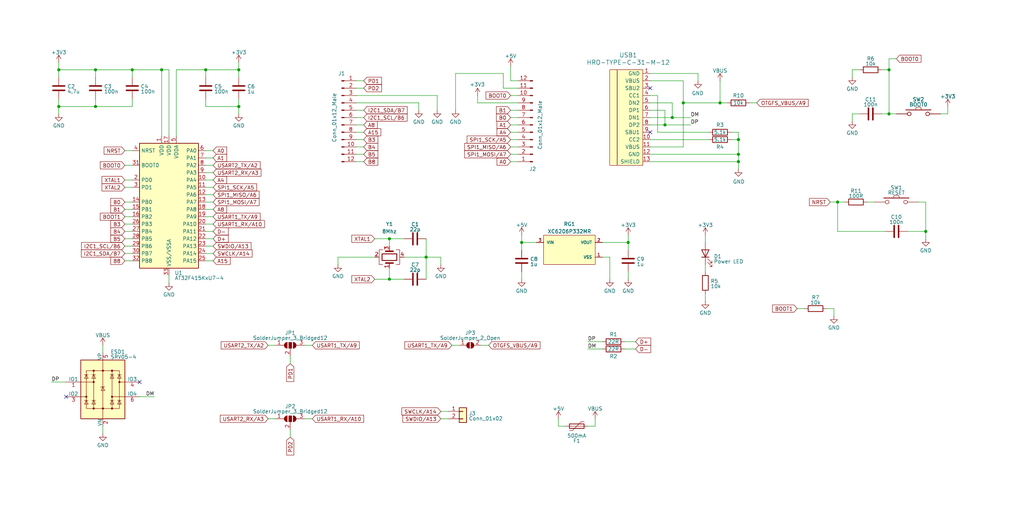
<source format=kicad_sch>
(kicad_sch (version 20220404) (generator eeschema)
  (paper "User" 354 175.006)
  (title_block (title "Artemisia") (date "2023-05-12") (rev "1") (comment 1 "Copyright © 2023 HorrorTroll") (comment 2 "GPL2 License"))
  (lib_symbols
    (symbol "Connector:Conn_01x12_Male" (pin_names (offset 1.016) hide)
      (property "Reference" "J" (at 0 15.24 0))
      (property "Value" "Conn_01x12_Male" (at 0 -17.78 0))
      (symbol "Conn_01x12_Male_1_1"
        (pin passive line (at 5.08 12.7 180) (length 3.81) (name "Pin_1") (number "1"))
        (pin passive line (at 5.08 -10.16 180) (length 3.81) (name "Pin_10") (number "10"))
        (pin passive line (at 5.08 -12.7 180) (length 3.81) (name "Pin_11") (number "11"))
        (pin passive line (at 5.08 -15.24 180) (length 3.81) (name "Pin_12") (number "12"))
        (pin passive line (at 5.08 10.16 180) (length 3.81) (name "Pin_2") (number "2"))
        (pin passive line (at 5.08 7.62 180) (length 3.81) (name "Pin_3") (number "3"))
        (pin passive line (at 5.08 5.08 180) (length 3.81) (name "Pin_4") (number "4"))
        (pin passive line (at 5.08 2.54 180) (length 3.81) (name "Pin_5") (number "5"))
        (pin passive line (at 5.08 0 180) (length 3.81) (name "Pin_6") (number "6"))
        (pin passive line (at 5.08 -2.54 180) (length 3.81) (name "Pin_7") (number "7"))
        (pin passive line (at 5.08 -5.08 180) (length 3.81) (name "Pin_8") (number "8"))
        (pin passive line (at 5.08 -7.62 180) (length 3.81) (name "Pin_9") (number "9"))
      )
    )
    (symbol "Connector_Generic:Conn_01x02" (pin_names (offset 1.016) hide)
      (property "Reference" "J" (at 0 2.54 0))
      (property "Value" "Conn_01x02" (at 0 -5.08 0))
      (symbol "Conn_01x02_1_1"
        (pin passive line (at -5.08 0 0) (length 3.81) (name "Pin_1") (number "1"))
        (pin passive line (at -5.08 -2.54 0) (length 3.81) (name "Pin_2") (number "2"))
      )
    )
    (symbol "Device:C" (pin_numbers hide) (pin_names (offset 0.254))
      (property "Reference" "C" (at 0.635 2.54 0))
      (property "Value" "C" (at 0.635 -2.54 0))
      (symbol "C_1_1"
        (pin passive line (at 0 3.81 270) (length 2.794) (name "~") (number "1"))
        (pin passive line (at 0 -3.81 90) (length 2.794) (name "~") (number "2"))
      )
    )
    (symbol "Device:Crystal_GND24" (pin_names (offset 1.016) hide)
      (property "Reference" "Y" (at 3.175 5.08 0))
      (property "Value" "Crystal_GND24" (at 3.175 3.175 0))
      (symbol "Crystal_GND24_1_1"
        (pin passive line (at -3.81 0 0) (length 1.27) (name "1") (number "1"))
        (pin passive line (at 0 5.08 270) (length 1.27) (name "2") (number "2"))
        (pin passive line (at 3.81 0 180) (length 1.27) (name "3") (number "3"))
        (pin passive line (at 0 -5.08 90) (length 1.27) (name "4") (number "4"))
      )
    )
    (symbol "Device:LED" (pin_numbers hide) (pin_names (offset 1.016) hide)
      (property "Reference" "D" (at 0 2.54 0))
      (property "Value" "LED" (at 0 -2.54 0))
      (symbol "LED_1_1"
        (pin passive line (at -3.81 0 0) (length 2.54) (name "K") (number "1"))
        (pin passive line (at 3.81 0 180) (length 2.54) (name "A") (number "2"))
      )
    )
    (symbol "Device:Polyfuse" (pin_numbers hide) (pin_names (offset 0))
      (property "Reference" "F" (at -2.54 0 90))
      (property "Value" "Polyfuse" (at 2.54 0 90))
      (symbol "Polyfuse_1_1"
        (pin passive line (at 0 3.81 270) (length 1.27) (name "~") (number "1"))
        (pin passive line (at 0 -3.81 90) (length 1.27) (name "~") (number "2"))
      )
    )
    (symbol "Device:R" (pin_numbers hide) (pin_names (offset 0))
      (property "Reference" "R" (at 2.032 0 90))
      (property "Value" "R" (at 0 0 90))
      (symbol "R_1_1"
        (pin passive line (at 0 3.81 270) (length 1.27) (name "~") (number "1"))
        (pin passive line (at 0 -3.81 90) (length 1.27) (name "~") (number "2"))
      )
    )
    (symbol "Jumper:SolderJumper_2_Open" (pin_names (offset 0) hide)
      (property "Reference" "JP" (at 0 2.032 0))
      (property "Value" "SolderJumper_2_Open" (at 0 -2.54 0))
      (symbol "SolderJumper_2_Open_1_1"
        (pin passive line (at -3.81 0 0) (length 2.54) (name "A") (number "1"))
        (pin passive line (at 3.81 0 180) (length 2.54) (name "B") (number "2"))
      )
    )
    (symbol "Jumper:SolderJumper_3_Open" (pin_names (offset 0) hide)
      (property "Reference" "JP" (at -2.54 -2.54 0))
      (property "Value" "SolderJumper_3_Open" (at 0 2.794 0))
      (symbol "SolderJumper_3_Open_1_1"
        (pin passive line (at -5.08 0 0) (length 2.54) (name "A") (number "1"))
        (pin input line (at 0 -3.81 90) (length 2.54) (name "C") (number "2"))
        (pin passive line (at 5.08 0 180) (length 2.54) (name "B") (number "3"))
      )
    )
    (symbol "MCU_Artery_AT32F4:AT32F415KxU7-4"
      (property "Reference" "U" (at -10.16 21.59 0))
      (property "Value" "AT32F415KxU7-4" (at 5.08 21.59 0))
      (symbol "AT32F415KxU7-4_1_1"
        (pin power_in line (at -2.54 22.86 270) (length 2.54) (name "VDD") (number "1"))
        (pin bidirectional line (at 12.7 7.62 180) (length 2.54) (name "PA4") (number "10"))
        (pin bidirectional line (at 12.7 5.08 180) (length 2.54) (name "PA5") (number "11"))
        (pin bidirectional line (at 12.7 2.54 180) (length 2.54) (name "PA6") (number "12"))
        (pin bidirectional line (at 12.7 0 180) (length 2.54) (name "PA7") (number "13"))
        (pin bidirectional line (at -12.7 0 0) (length 2.54) (name "PB0") (number "14"))
        (pin bidirectional line (at -12.7 -2.54 0) (length 2.54) (name "PB1") (number "15"))
        (pin bidirectional line (at -12.7 -5.08 0) (length 2.54) (name "PB2") (number "16"))
        (pin power_in line (at 0 22.86 270) (length 2.54) (name "VDD") (number "17"))
        (pin bidirectional line (at 12.7 -2.54 180) (length 2.54) (name "PA8") (number "18"))
        (pin bidirectional line (at 12.7 -5.08 180) (length 2.54) (name "PA9") (number "19"))
        (pin input line (at -12.7 7.62 0) (length 2.54) (name "PD0") (number "2"))
        (pin bidirectional line (at 12.7 -7.62 180) (length 2.54) (name "PA10") (number "20"))
        (pin bidirectional line (at 12.7 -10.16 180) (length 2.54) (name "PA11") (number "21"))
        (pin bidirectional line (at 12.7 -12.7 180) (length 2.54) (name "PA12") (number "22"))
        (pin bidirectional line (at 12.7 -15.24 180) (length 2.54) (name "PA13") (number "23"))
        (pin bidirectional line (at 12.7 -17.78 180) (length 2.54) (name "PA14") (number "24"))
        (pin bidirectional line (at 12.7 -20.32 180) (length 2.54) (name "PA15") (number "25"))
        (pin bidirectional line (at -12.7 -7.62 0) (length 2.54) (name "PB3") (number "26"))
        (pin bidirectional line (at -12.7 -10.16 0) (length 2.54) (name "PB4") (number "27"))
        (pin bidirectional line (at -12.7 -12.7 0) (length 2.54) (name "PB5") (number "28"))
        (pin bidirectional line (at -12.7 -15.24 0) (length 2.54) (name "PB6") (number "29"))
        (pin input line (at -12.7 5.08 0) (length 2.54) (name "PD1") (number "3"))
        (pin bidirectional line (at -12.7 -17.78 0) (length 2.54) (name "PB7") (number "30"))
        (pin input line (at -12.7 12.7 0) (length 2.54) (name "BOOT0") (number "31"))
        (pin bidirectional line (at -12.7 -20.32 0) (length 2.54) (name "PB8") (number "32"))
        (pin power_in line (at 0 -25.4 90) (length 2.54) (name "VSS/VSSA") (number "33"))
        (pin input line (at -12.7 17.78 0) (length 2.54) (name "NRST") (number "4"))
        (pin power_in line (at 2.54 22.86 270) (length 2.54) (name "VDDA") (number "5"))
        (pin bidirectional line (at 12.7 17.78 180) (length 2.54) (name "PA0") (number "6"))
        (pin bidirectional line (at 12.7 15.24 180) (length 2.54) (name "PA1") (number "7"))
        (pin bidirectional line (at 12.7 12.7 180) (length 2.54) (name "PA2") (number "8"))
        (pin bidirectional line (at 12.7 10.16 180) (length 2.54) (name "PA3") (number "9"))
      )
    )
    (symbol "Power_Protection:SRV05-4" (pin_names (offset 0))
      (property "Reference" "U" (at -5.08 11.43 0))
      (property "Value" "SRV05-4" (at 2.54 11.43 0))
      (symbol "SRV05-4_1_1"
        (pin passive line (at -12.7 2.54 0) (length 5.08) (name "IO1") (number "1"))
        (pin passive line (at 0 -12.7 90) (length 2.54) (name "VN") (number "2"))
        (pin passive line (at -12.7 -2.54 0) (length 5.08) (name "IO2") (number "3"))
        (pin passive line (at 12.7 2.54 180) (length 5.08) (name "IO3") (number "4"))
        (pin passive line (at 0 12.7 270) (length 2.54) (name "VP") (number "5"))
        (pin passive line (at 12.7 -2.54 180) (length 5.08) (name "IO4") (number "6"))
      )
    )
    (symbol "horrortroll_lib:HRO-TYPE-C-31-M-12" (pin_names (offset 1.016))
      (property "Reference" "USB" (at 0 20.32 0))
      (property "Value" "HRO-TYPE-C-31-M-12" (at 0 17.78 0))
      (symbol "HRO-TYPE-C-31-M-12_1_1"
        (pin input line (at 7.62 13.97 180) (length 2.54) (name "GND") (number "1"))
        (pin input line (at 7.62 -8.89 180) (length 2.54) (name "CC2") (number "10"))
        (pin input line (at 7.62 -11.43 180) (length 2.54) (name "VBUS") (number "11"))
        (pin input line (at 7.62 -13.97 180) (length 2.54) (name "GND") (number "12"))
        (pin input line (at 7.62 -16.51 180) (length 2.54) (name "SHIELD") (number "13"))
        (pin input line (at 7.62 11.43 180) (length 2.54) (name "VBUS") (number "2"))
        (pin input line (at 7.62 8.89 180) (length 2.54) (name "SBU2") (number "3"))
        (pin input line (at 7.62 6.35 180) (length 2.54) (name "CC1") (number "4"))
        (pin input line (at 7.62 3.81 180) (length 2.54) (name "DN2") (number "5"))
        (pin input line (at 7.62 1.27 180) (length 2.54) (name "DP1") (number "6"))
        (pin input line (at 7.62 -1.27 180) (length 2.54) (name "DN1") (number "7"))
        (pin input line (at 7.62 -3.81 180) (length 2.54) (name "DP2") (number "8"))
        (pin input line (at 7.62 -6.35 180) (length 2.54) (name "SBU1") (number "9"))
      )
    )
    (symbol "horrortroll_lib:SW_PUSH" (pin_numbers hide) (pin_names (offset 1.016) hide)
      (property "Reference" "SW" (at 0 3.81 0))
      (property "Value" "SW_PUSH" (at 0 -2.54 0))
      (symbol "SW_PUSH_0_1"
        (pin passive inverted (at -7.62 0 0) (length 5.08) (name "1") (number "1"))
        (pin passive inverted (at 7.62 0 180) (length 5.08) (name "2") (number "2"))
      )
    )
    (symbol "horrortroll_lib:XC6206P332MR" (pin_names (offset 1.016))
      (property "Reference" "RG" (at 0 6.35 0))
      (property "Value" "XC6206P332MR" (at 0 3.81 0))
      (symbol "XC6206P332MR_1_1"
        (pin unspecified line (at 11.43 -5.08 180) (length 2.54) (name "VSS") (number "1"))
        (pin unspecified line (at 11.43 0 180) (length 2.54) (name "VOUT") (number "2"))
        (pin unspecified line (at -11.43 0 0) (length 2.54) (name "VIN") (number "3"))
      )
    )
    (symbol "power:+3V3" (power) (pin_names (offset 0))
      (property "Value" "+3V3" (at 0 3.556 0))
      (symbol "+3V3_1_1"
        (pin power_in line (at 0 0 90) (length 0) hide (name "+3V3") (number "1"))
      )
    )
    (symbol "power:+5V" (power) (pin_names (offset 0))
      (property "Value" "+5V" (at 0 3.556 0))
      (symbol "+5V_1_1"
        (pin power_in line (at 0 0 90) (length 0) hide (name "+5V") (number "1"))
      )
    )
    (symbol "power:GND" (power) (pin_names (offset 0))
      (property "Value" "GND" (at 0 -3.81 0))
      (symbol "GND_1_1"
        (pin power_in line (at 0 0 270) (length 0) hide (name "GND") (number "1"))
      )
    )
    (symbol "power:VBUS" (power) (pin_names (offset 0))
      (property "Value" "VBUS" (at 0 3.81 0))
      (symbol "VBUS_1_1"
        (pin power_in line (at 0 0 90) (length 0) hide (name "VBUS") (number "1"))
      )
    )
  )
  (junction (at 255.27 48.26))
  (junction (at 307.34 24.13))
  (junction (at 217.17 83.82))
  (junction (at 134.62 96.52))
  (junction (at 33.02 36.83))
  (junction (at 248.92 35.56))
  (junction (at 33.02 24.13))
  (junction (at 134.62 82.55))
  (junction (at 320.04 80.01))
  (junction (at 232.41 40.64))
  (junction (at 147.32 88.9))
  (junction (at 307.34 39.37))
  (junction (at 289.56 69.85))
  (junction (at 45.72 24.13))
  (junction (at 255.27 53.34))
  (junction (at 20.32 36.83))
  (junction (at 82.55 24.13))
  (junction (at 255.27 55.88))
  (junction (at 20.32 24.13))
  (junction (at 82.55 36.83))
  (junction (at 55.88 24.13))
  (junction (at 236.22 35.56))
  (junction (at 71.12 24.13))
  (junction (at 229.87 43.18))
  (junction (at 180.34 83.82))
  (no_connect (at 224.79 45.72))
  (no_connect (at 48.26 132.08))
  (no_connect (at 224.79 30.48))
  (no_connect (at 22.86 137.16))
  (wire (pts (xy 123.19 45.72) (xy 125.73 45.72)))
  (wire (pts (xy 176.53 43.18) (xy 179.07 43.18)))
  (wire (pts (xy 299.72 69.85) (xy 302.26 69.85)))
  (wire (pts (xy 203.2 147.32) (xy 205.74 147.32)))
  (wire (pts (xy 71.12 57.15) (xy 73.66 57.15)))
  (wire (pts (xy 123.19 40.64) (xy 125.73 40.64)))
  (wire (pts (xy 58.42 95.25) (xy 58.42 97.79)))
  (wire (pts (xy 248.92 35.56) (xy 236.22 35.56)))
  (wire (pts (xy 165.1 35.56) (xy 179.07 35.56)))
  (wire (pts (xy 236.22 27.94) (xy 236.22 35.56)))
  (wire (pts (xy 176.53 45.72) (xy 179.07 45.72)))
  (wire (pts (xy 73.66 64.77) (xy 71.12 64.77)))
  (wire (pts (xy 307.34 39.37) (xy 309.88 39.37)))
  (wire (pts (xy 219.71 120.65) (xy 215.9 120.65)))
  (wire (pts (xy 327.66 36.83) (xy 327.66 39.37)))
  (wire (pts (xy 243.84 104.14) (xy 243.84 101.6)))
  (wire (pts (xy 43.18 77.47) (xy 45.72 77.47)))
  (wire (pts (xy 20.32 26.67) (xy 20.32 24.13)))
  (wire (pts (xy 60.96 24.13) (xy 71.12 24.13)))
  (wire (pts (xy 35.56 147.32) (xy 35.56 149.86)))
  (wire (pts (xy 292.1 69.85) (xy 289.56 69.85)))
  (wire (pts (xy 224.79 35.56) (xy 232.41 35.56)))
  (wire (pts (xy 123.19 38.1) (xy 125.73 38.1)))
  (wire (pts (xy 289.56 80.01) (xy 306.07 80.01)))
  (wire (pts (xy 255.27 53.34) (xy 255.27 48.26)))
  (wire (pts (xy 208.28 83.82) (xy 217.17 83.82)))
  (wire (pts (xy 205.74 147.32) (xy 205.74 144.78)))
  (wire (pts (xy 248.92 35.56) (xy 251.46 35.56)))
  (wire (pts (xy 71.12 24.13) (xy 71.12 26.67)))
  (wire (pts (xy 71.12 36.83) (xy 82.55 36.83)))
  (wire (pts (xy 134.62 82.55) (xy 134.62 85.09)))
  (wire (pts (xy 252.73 45.72) (xy 255.27 45.72)))
  (wire (pts (xy 43.18 74.93) (xy 45.72 74.93)))
  (wire (pts (xy 307.34 24.13) (xy 307.34 39.37)))
  (wire (pts (xy 73.66 52.07) (xy 71.12 52.07)))
  (wire (pts (xy 43.18 82.55) (xy 45.72 82.55)))
  (wire (pts (xy 45.72 24.13) (xy 55.88 24.13)))
  (wire (pts (xy 224.79 50.8) (xy 236.22 50.8)))
  (wire (pts (xy 203.2 120.65) (xy 208.28 120.65)))
  (wire (pts (xy 176.53 48.26) (xy 179.07 48.26)))
  (wire (pts (xy 180.34 93.98) (xy 180.34 96.52)))
  (wire (pts (xy 304.8 39.37) (xy 307.34 39.37)))
  (wire (pts (xy 105.41 119.38) (xy 107.95 119.38)))
  (wire (pts (xy 243.84 93.98) (xy 243.84 91.44)))
  (wire (pts (xy 58.42 24.13) (xy 58.42 46.99)))
  (wire (pts (xy 73.66 72.39) (xy 71.12 72.39)))
  (wire (pts (xy 73.66 90.17) (xy 71.12 90.17)))
  (wire (pts (xy 43.18 85.09) (xy 45.72 85.09)))
  (wire (pts (xy 43.18 87.63) (xy 45.72 87.63)))
  (wire (pts (xy 82.55 36.83) (xy 82.55 34.29)))
  (wire (pts (xy 116.84 88.9) (xy 129.54 88.9)))
  (wire (pts (xy 173.99 25.4) (xy 157.48 25.4)))
  (wire (pts (xy 33.02 24.13) (xy 45.72 24.13)))
  (wire (pts (xy 217.17 83.82) (xy 217.17 86.36)))
  (wire (pts (xy 255.27 55.88) (xy 255.27 53.34)))
  (wire (pts (xy 129.54 82.55) (xy 134.62 82.55)))
  (wire (pts (xy 243.84 81.28) (xy 243.84 83.82)))
  (wire (pts (xy 176.53 33.02) (xy 179.07 33.02)))
  (wire (pts (xy 73.66 82.55) (xy 71.12 82.55)))
  (wire (pts (xy 105.41 144.78) (xy 107.95 144.78)))
  (wire (pts (xy 304.8 24.13) (xy 307.34 24.13)))
  (wire (pts (xy 129.54 96.52) (xy 134.62 96.52)))
  (wire (pts (xy 232.41 35.56) (xy 232.41 40.64)))
  (wire (pts (xy 151.13 38.1) (xy 151.13 33.02)))
  (wire (pts (xy 320.04 69.85) (xy 317.5 69.85)))
  (wire (pts (xy 193.04 147.32) (xy 193.04 144.78)))
  (wire (pts (xy 43.18 80.01) (xy 45.72 80.01)))
  (wire (pts (xy 307.34 20.32) (xy 307.34 24.13)))
  (wire (pts (xy 33.02 36.83) (xy 20.32 36.83)))
  (wire (pts (xy 92.71 144.78) (xy 95.25 144.78)))
  (wire (pts (xy 60.96 24.13) (xy 60.96 46.99)))
  (wire (pts (xy 176.53 40.64) (xy 179.07 40.64)))
  (wire (pts (xy 252.73 48.26) (xy 255.27 48.26)))
  (wire (pts (xy 208.28 88.9) (xy 210.82 88.9)))
  (wire (pts (xy 176.53 53.34) (xy 179.07 53.34)))
  (wire (pts (xy 224.79 38.1) (xy 229.87 38.1)))
  (wire (pts (xy 151.13 33.02) (xy 123.19 33.02)))
  (wire (pts (xy 123.19 35.56) (xy 144.78 35.56)))
  (wire (pts (xy 288.29 106.68) (xy 285.75 106.68)))
  (wire (pts (xy 20.32 36.83) (xy 20.32 39.37)))
  (wire (pts (xy 100.33 123.19) (xy 100.33 125.73)))
  (wire (pts (xy 43.18 57.15) (xy 45.72 57.15)))
  (wire (pts (xy 73.66 85.09) (xy 71.12 85.09)))
  (wire (pts (xy 219.71 118.11) (xy 215.9 118.11)))
  (wire (pts (xy 248.92 27.94) (xy 248.92 35.56)))
  (wire (pts (xy 288.29 106.68) (xy 288.29 109.22)))
  (wire (pts (xy 176.53 38.1) (xy 179.07 38.1)))
  (wire (pts (xy 210.82 88.9) (xy 210.82 96.52)))
  (wire (pts (xy 255.27 55.88) (xy 255.27 58.42)))
  (wire (pts (xy 236.22 35.56) (xy 236.22 50.8)))
  (wire (pts (xy 71.12 36.83) (xy 71.12 34.29)))
  (wire (pts (xy 173.99 30.48) (xy 179.07 30.48)))
  (wire (pts (xy 152.4 142.24) (xy 154.94 142.24)))
  (wire (pts (xy 45.72 24.13) (xy 45.72 26.67)))
  (wire (pts (xy 176.53 27.94) (xy 179.07 27.94)))
  (wire (pts (xy 224.79 53.34) (xy 255.27 53.34)))
  (wire (pts (xy 157.48 25.4) (xy 157.48 38.1)))
  (wire (pts (xy 309.88 20.32) (xy 307.34 20.32)))
  (wire (pts (xy 173.99 25.4) (xy 173.99 30.48)))
  (wire (pts (xy 123.19 27.94) (xy 125.73 27.94)))
  (wire (pts (xy 100.33 148.59) (xy 100.33 151.13)))
  (wire (pts (xy 33.02 24.13) (xy 33.02 26.67)))
  (wire (pts (xy 134.62 96.52) (xy 139.7 96.52)))
  (wire (pts (xy 287.02 69.85) (xy 289.56 69.85)))
  (wire (pts (xy 156.21 119.38) (xy 158.75 119.38)))
  (wire (pts (xy 73.66 87.63) (xy 71.12 87.63)))
  (wire (pts (xy 17.78 132.08) (xy 22.86 132.08)))
  (wire (pts (xy 147.32 82.55) (xy 147.32 88.9)))
  (wire (pts (xy 224.79 43.18) (xy 229.87 43.18)))
  (wire (pts (xy 241.3 25.4) (xy 224.79 25.4)))
  (wire (pts (xy 73.66 77.47) (xy 71.12 77.47)))
  (wire (pts (xy 71.12 24.13) (xy 82.55 24.13)))
  (wire (pts (xy 48.26 137.16) (xy 53.34 137.16)))
  (wire (pts (xy 123.19 43.18) (xy 125.73 43.18)))
  (wire (pts (xy 294.64 24.13) (xy 294.64 26.67)))
  (wire (pts (xy 176.53 22.86) (xy 176.53 27.94)))
  (wire (pts (xy 35.56 119.38) (xy 35.56 121.92)))
  (wire (pts (xy 152.4 88.9) (xy 152.4 91.44)))
  (wire (pts (xy 278.13 106.68) (xy 275.59 106.68)))
  (wire (pts (xy 152.4 144.78) (xy 154.94 144.78)))
  (wire (pts (xy 73.66 74.93) (xy 71.12 74.93)))
  (wire (pts (xy 294.64 41.91) (xy 294.64 39.37)))
  (wire (pts (xy 45.72 34.29) (xy 45.72 36.83)))
  (wire (pts (xy 227.33 45.72) (xy 245.11 45.72)))
  (wire (pts (xy 241.3 27.94) (xy 241.3 25.4)))
  (wire (pts (xy 294.64 39.37) (xy 297.18 39.37)))
  (wire (pts (xy 82.55 24.13) (xy 82.55 26.67)))
  (wire (pts (xy 193.04 147.32) (xy 195.58 147.32)))
  (wire (pts (xy 43.18 62.23) (xy 45.72 62.23)))
  (wire (pts (xy 43.18 72.39) (xy 45.72 72.39)))
  (wire (pts (xy 259.08 35.56) (xy 261.62 35.56)))
  (wire (pts (xy 20.32 36.83) (xy 20.32 34.29)))
  (wire (pts (xy 43.18 52.07) (xy 45.72 52.07)))
  (wire (pts (xy 134.62 92.71) (xy 134.62 96.52)))
  (wire (pts (xy 20.32 21.59) (xy 20.32 24.13)))
  (wire (pts (xy 166.37 119.38) (xy 168.91 119.38)))
  (wire (pts (xy 294.64 24.13) (xy 297.18 24.13)))
  (wire (pts (xy 232.41 40.64) (xy 238.76 40.64)))
  (wire (pts (xy 227.33 33.02) (xy 227.33 45.72)))
  (wire (pts (xy 229.87 43.18) (xy 238.76 43.18)))
  (wire (pts (xy 20.32 24.13) (xy 33.02 24.13)))
  (wire (pts (xy 55.88 24.13) (xy 55.88 46.99)))
  (wire (pts (xy 144.78 35.56) (xy 144.78 38.1)))
  (wire (pts (xy 43.18 64.77) (xy 45.72 64.77)))
  (wire (pts (xy 217.17 93.98) (xy 217.17 96.52)))
  (wire (pts (xy 73.66 80.01) (xy 71.12 80.01)))
  (wire (pts (xy 123.19 55.88) (xy 125.73 55.88)))
  (wire (pts (xy 203.2 118.11) (xy 208.28 118.11)))
  (wire (pts (xy 73.66 67.31) (xy 71.12 67.31)))
  (wire (pts (xy 255.27 48.26) (xy 255.27 45.72)))
  (wire (pts (xy 176.53 55.88) (xy 179.07 55.88)))
  (wire (pts (xy 123.19 48.26) (xy 125.73 48.26)))
  (wire (pts (xy 224.79 33.02) (xy 227.33 33.02)))
  (wire (pts (xy 123.19 30.48) (xy 125.73 30.48)))
  (wire (pts (xy 73.66 54.61) (xy 71.12 54.61)))
  (wire (pts (xy 82.55 36.83) (xy 82.55 39.37)))
  (wire (pts (xy 313.69 80.01) (xy 320.04 80.01)))
  (wire (pts (xy 71.12 59.69) (xy 73.66 59.69)))
  (wire (pts (xy 224.79 27.94) (xy 236.22 27.94)))
  (wire (pts (xy 289.56 69.85) (xy 289.56 80.01)))
  (wire (pts (xy 33.02 34.29) (xy 33.02 36.83)))
  (wire (pts (xy 134.62 82.55) (xy 139.7 82.55)))
  (wire (pts (xy 43.18 69.85) (xy 45.72 69.85)))
  (wire (pts (xy 139.7 88.9) (xy 147.32 88.9)))
  (wire (pts (xy 180.34 83.82) (xy 180.34 86.36)))
  (wire (pts (xy 180.34 81.28) (xy 180.34 83.82)))
  (wire (pts (xy 123.19 50.8) (xy 125.73 50.8)))
  (wire (pts (xy 229.87 38.1) (xy 229.87 43.18)))
  (wire (pts (xy 43.18 90.17) (xy 45.72 90.17)))
  (wire (pts (xy 82.55 21.59) (xy 82.55 24.13)))
  (wire (pts (xy 92.71 119.38) (xy 95.25 119.38)))
  (wire (pts (xy 224.79 48.26) (xy 245.11 48.26)))
  (wire (pts (xy 147.32 88.9) (xy 147.32 96.52)))
  (wire (pts (xy 123.19 53.34) (xy 125.73 53.34)))
  (wire (pts (xy 55.88 24.13) (xy 58.42 24.13)))
  (wire (pts (xy 165.1 33.02) (xy 165.1 35.56)))
  (wire (pts (xy 147.32 88.9) (xy 152.4 88.9)))
  (wire (pts (xy 180.34 83.82) (xy 185.42 83.82)))
  (wire (pts (xy 73.66 62.23) (xy 71.12 62.23)))
  (wire (pts (xy 327.66 39.37) (xy 325.12 39.37)))
  (wire (pts (xy 217.17 81.28) (xy 217.17 83.82)))
  (wire (pts (xy 320.04 80.01) (xy 320.04 82.55)))
  (wire (pts (xy 45.72 36.83) (xy 33.02 36.83)))
  (wire (pts (xy 73.66 69.85) (xy 71.12 69.85)))
  (wire (pts (xy 176.53 50.8) (xy 179.07 50.8)))
  (wire (pts (xy 116.84 88.9) (xy 116.84 91.44)))
  (wire (pts (xy 224.79 40.64) (xy 232.41 40.64)))
  (wire (pts (xy 320.04 69.85) (xy 320.04 80.01)))
  (wire (pts (xy 224.79 55.88) (xy 255.27 55.88)))
  (label "DM" (at 203.2 120.65 0))
  (label "DM" (at 238.76 40.64 0))
  (label "DM" (at 53.34 137.16 0))
  (label "DP" (at 238.76 43.18 0))
  (label "DP" (at 203.2 118.11 0))
  (label "DP" (at 17.78 132.08 0))
  (global_label "A0" (shape input) (at 73.66 52.07 0) (property "Intersheetrefs" "${INTERSHEET_REFS}" (effects hide)))
  (global_label "BOOT0" (shape input) (at 176.53 33.02 180) (property "Intersheetrefs" "${INTERSHEET_REFS}" (effects hide)))
  (global_label "USART2_RX{slash}A3" (shape input) (at 92.71 144.78 180) (property "Intersheetrefs" "${INTERSHEET_REFS}" (effects hide)))
  (global_label "A1" (shape input) (at 176.53 43.18 180) (property "Intersheetrefs" "${INTERSHEET_REFS}" (effects hide)))
  (global_label "BOOT1" (shape input) (at 275.59 106.68 180) (property "Intersheetrefs" "${INTERSHEET_REFS}" (effects hide)))
  (global_label "XTAL2" (shape input) (at 43.18 64.77 180) (property "Intersheetrefs" "${INTERSHEET_REFS}" (effects hide)))
  (global_label "B4" (shape input) (at 125.73 50.8 0) (property "Intersheetrefs" "${INTERSHEET_REFS}" (effects hide)))
  (global_label "SWDIO{slash}A13" (shape input) (at 152.4 144.78 180) (property "Intersheetrefs" "${INTERSHEET_REFS}" (effects hide)))
  (global_label "I2C1_SDA{slash}B7" (shape input) (at 43.18 87.63 180) (property "Intersheetrefs" "${INTERSHEET_REFS}" (effects hide)))
  (global_label "OTGFS_VBUS{slash}A9" (shape input) (at 261.62 35.56 0) (property "Intersheetrefs" "${INTERSHEET_REFS}" (effects hide)))
  (global_label "A0" (shape input) (at 176.53 55.88 180) (property "Intersheetrefs" "${INTERSHEET_REFS}" (effects hide)))
  (global_label "A8" (shape input) (at 125.73 43.18 0) (property "Intersheetrefs" "${INTERSHEET_REFS}" (effects hide)))
  (global_label "B0" (shape input) (at 176.53 40.64 180) (property "Intersheetrefs" "${INTERSHEET_REFS}" (effects hide)))
  (global_label "SPI1_MOSI{slash}A7" (shape input) (at 73.66 69.85 0) (property "Intersheetrefs" "${INTERSHEET_REFS}" (effects hide)))
  (global_label "B1" (shape input) (at 176.53 38.1 180) (property "Intersheetrefs" "${INTERSHEET_REFS}" (effects hide)))
  (global_label "SPI1_MOSI{slash}A7" (shape input) (at 176.53 53.34 180) (property "Intersheetrefs" "${INTERSHEET_REFS}" (effects hide)))
  (global_label "BOOT0" (shape input) (at 309.88 20.32 0) (property "Intersheetrefs" "${INTERSHEET_REFS}" (effects hide)))
  (global_label "D+" (shape input) (at 73.66 82.55 0) (property "Intersheetrefs" "${INTERSHEET_REFS}" (effects hide)))
  (global_label "PD2" (shape input) (at 125.73 30.48 0) (property "Intersheetrefs" "${INTERSHEET_REFS}" (effects hide)))
  (global_label "B1" (shape input) (at 43.18 72.39 180) (property "Intersheetrefs" "${INTERSHEET_REFS}" (effects hide)))
  (global_label "B3" (shape input) (at 125.73 48.26 0) (property "Intersheetrefs" "${INTERSHEET_REFS}" (effects hide)))
  (global_label "USART1_TX{slash}A9" (shape input) (at 107.95 119.38 0) (property "Intersheetrefs" "${INTERSHEET_REFS}" (effects hide)))
  (global_label "SPI1_SCK{slash}A5" (shape input) (at 176.53 48.26 180) (property "Intersheetrefs" "${INTERSHEET_REFS}" (effects hide)))
  (global_label "I2C1_SCL{slash}B6" (shape input) (at 125.73 40.64 0) (property "Intersheetrefs" "${INTERSHEET_REFS}" (effects hide)))
  (global_label "SPI1_SCK{slash}A5" (shape input) (at 73.66 64.77 0) (property "Intersheetrefs" "${INTERSHEET_REFS}" (effects hide)))
  (global_label "SPI1_MISO{slash}A6" (shape input) (at 73.66 67.31 0) (property "Intersheetrefs" "${INTERSHEET_REFS}" (effects hide)))
  (global_label "B5" (shape input) (at 125.73 53.34 0) (property "Intersheetrefs" "${INTERSHEET_REFS}" (effects hide)))
  (global_label "XTAL1" (shape input) (at 129.54 82.55 180) (property "Intersheetrefs" "${INTERSHEET_REFS}" (effects hide)))
  (global_label "BOOT1" (shape input) (at 43.18 74.93 180) (property "Intersheetrefs" "${INTERSHEET_REFS}" (effects hide)))
  (global_label "A8" (shape input) (at 73.66 72.39 0) (property "Intersheetrefs" "${INTERSHEET_REFS}" (effects hide)))
  (global_label "D+" (shape input) (at 219.71 118.11 0) (property "Intersheet References" "${INTERSHEET_REFS}" (effects hide)))
  (global_label "A15" (shape input) (at 125.73 45.72 0) (property "Intersheetrefs" "${INTERSHEET_REFS}" (effects hide)))
  (global_label "USART2_TX{slash}A2" (shape input) (at 73.66 57.15 0) (property "Intersheetrefs" "${INTERSHEET_REFS}" (effects hide)))
  (global_label "B0" (shape input) (at 43.18 69.85 180) (property "Intersheetrefs" "${INTERSHEET_REFS}" (effects hide)))
  (global_label "USART1_TX{slash}A9" (shape input) (at 156.21 119.38 180) (property "Intersheetrefs" "${INTERSHEET_REFS}" (effects hide)))
  (global_label "USART1_RX{slash}A10" (shape input) (at 73.66 77.47 0) (property "Intersheetrefs" "${INTERSHEET_REFS}" (effects hide)))
  (global_label "USART1_TX{slash}A9" (shape input) (at 73.66 74.93 0) (property "Intersheetrefs" "${INTERSHEET_REFS}" (effects hide)))
  (global_label "D-" (shape input) (at 219.71 120.65 0) (property "Intersheet References" "${INTERSHEET_REFS}" (effects hide)))
  (global_label "XTAL2" (shape input) (at 129.54 96.52 180) (property "Intersheetrefs" "${INTERSHEET_REFS}" (effects hide)))
  (global_label "BOOT0" (shape input) (at 43.18 57.15 180) (property "Intersheetrefs" "${INTERSHEET_REFS}" (effects hide)))
  (global_label "SWCLK{slash}A14" (shape input) (at 152.4 142.24 180) (property "Intersheetrefs" "${INTERSHEET_REFS}" (effects hide)))
  (global_label "B3" (shape input) (at 43.18 77.47 180) (property "Intersheetrefs" "${INTERSHEET_REFS}" (effects hide)))
  (global_label "USART1_RX{slash}A10" (shape input) (at 107.95 144.78 0) (property "Intersheetrefs" "${INTERSHEET_REFS}" (effects hide)))
  (global_label "SPI1_MISO{slash}A6" (shape input) (at 176.53 50.8 180) (property "Intersheetrefs" "${INTERSHEET_REFS}" (effects hide)))
  (global_label "B8" (shape input) (at 43.18 90.17 180) (property "Intersheetrefs" "${INTERSHEET_REFS}" (effects hide)))
  (global_label "USART2_RX{slash}A3" (shape input) (at 73.66 59.69 0) (property "Intersheetrefs" "${INTERSHEET_REFS}" (effects hide)))
  (global_label "PD1" (shape input) (at 100.33 125.73 270) (property "Intersheetrefs" "${INTERSHEET_REFS}" (effects hide)))
  (global_label "NRST" (shape input) (at 43.18 52.07 180) (property "Intersheetrefs" "${INTERSHEET_REFS}" (effects hide)))
  (global_label "A1" (shape input) (at 73.66 54.61 0) (property "Intersheetrefs" "${INTERSHEET_REFS}" (effects hide)))
  (global_label "OTGFS_VBUS{slash}A9" (shape input) (at 168.91 119.38 0) (property "Intersheetrefs" "${INTERSHEET_REFS}" (effects hide)))
  (global_label "D-" (shape input) (at 73.66 80.01 0) (property "Intersheetrefs" "${INTERSHEET_REFS}" (effects hide)))
  (global_label "SWCLK{slash}A14" (shape input) (at 73.66 87.63 0) (property "Intersheetrefs" "${INTERSHEET_REFS}" (effects hide)))
  (global_label "B8" (shape input) (at 125.73 55.88 0) (property "Intersheetrefs" "${INTERSHEET_REFS}" (effects hide)))
  (global_label "PD2" (shape input) (at 100.33 151.13 270) (property "Intersheetrefs" "${INTERSHEET_REFS}" (effects hide)))
  (global_label "XTAL1" (shape input) (at 43.18 62.23 180) (property "Intersheetrefs" "${INTERSHEET_REFS}" (effects hide)))
  (global_label "USART2_TX{slash}A2" (shape input) (at 92.71 119.38 180) (property "Intersheetrefs" "${INTERSHEET_REFS}" (effects hide)))
  (global_label "I2C1_SDA{slash}B7" (shape input) (at 125.73 38.1 0) (property "Intersheetrefs" "${INTERSHEET_REFS}" (effects hide)))
  (global_label "B4" (shape input) (at 43.18 80.01 180) (property "Intersheetrefs" "${INTERSHEET_REFS}" (effects hide)))
  (global_label "SWDIO{slash}A13" (shape input) (at 73.66 85.09 0) (property "Intersheetrefs" "${INTERSHEET_REFS}" (effects hide)))
  (global_label "A4" (shape input) (at 73.66 62.23 0) (property "Intersheetrefs" "${INTERSHEET_REFS}" (effects hide)))
  (global_label "A15" (shape input) (at 73.66 90.17 0) (property "Intersheetrefs" "${INTERSHEET_REFS}" (effects hide)))
  (global_label "NRST" (shape input) (at 287.02 69.85 180) (property "Intersheetrefs" "${INTERSHEET_REFS}" (effects hide)))
  (global_label "A4" (shape input) (at 176.53 45.72 180) (property "Intersheetrefs" "${INTERSHEET_REFS}" (effects hide)))
  (global_label "I2C1_SCL{slash}B6" (shape input) (at 43.18 85.09 180) (property "Intersheetrefs" "${INTERSHEET_REFS}" (effects hide)))
  (global_label "PD1" (shape input) (at 125.73 27.94 0) (property "Intersheetrefs" "${INTERSHEET_REFS}" (effects hide)))
  (global_label "B5" (shape input) (at 43.18 82.55 180) (property "Intersheetrefs" "${INTERSHEET_REFS}" (effects hide)))
  (symbol (lib_id "power:+3V3") (at 165.1 33.02 0) (unit 1)
    (default_instance (reference "#PWR") (unit 1) (value "+3V3") (footprint ""))
    (property "Reference" "#PWR011" (effects hide))
    (property "Value" "+3V3" (at 167.64 29.21 0) (effects (justify right)))
  )
  (symbol (lib_id "power:GND") (at 35.56 149.86 0) (unit 1)
    (default_instance (reference "#PWR") (unit 1) (value "GND") (footprint ""))
    (property "Reference" "#PWR029" (effects hide))
    (property "Value" "GND" (at 35.56 153.9161 0))
  )
  (symbol (lib_id "Device:Polyfuse") (at 199.39 147.32 270) (unit 1)
    (default_instance (reference "F") (unit 1) (value "Polyfuse") (footprint ""))
    (property "Reference" "F1" (at 199.39 152.4 90))
    (property "Value" "500mA" (at 199.39 150.6378 90))
    (property "Footprint" "Fuse:Fuse_0805_2012Metric" (effects hide))
    (property "LCSC Part Number" "C269104" (effects hide))
  )
  (symbol (lib_id "Power_Protection:SRV05-4") (at 35.56 134.62 0) (unit 1)
    (default_instance (reference "U") (unit 1) (value "SRV05-4") (footprint "Package_TO_SOT_SMD:SOT-23-6"))
    (property "Reference" "ESD1" (at 38.2017 121.6279 0) (effects (justify left)))
    (property "Value" "SRV05-4" (at 38.2017 123.3901 0) (effects (justify left)))
    (property "Footprint" "Package_TO_SOT_SMD:SOT-23-6" (effects hide))
    (property "Datasheet" "http://www.onsemi.com/pub/Collateral/SRV05-4-D.PDF" (effects hide))
    (property "LCSC Part Number" "C85364" (effects hide))
  )
  (symbol (lib_id "power:GND") (at 288.29 109.22 0) (mirror y) (unit 1)
    (default_instance (reference "#PWR") (unit 1) (value "GND") (footprint ""))
    (property "Reference" "#PWR030" (effects hide))
    (property "Value" "GND" (at 288.29 113.2761 0))
  )
  (symbol (lib_id "Device:C") (at 20.32 30.48 180) (unit 1)
    (default_instance (reference "C") (unit 1) (value "C") (footprint ""))
    (property "Reference" "C2" (at 23.241 29.8855 0) (effects (justify right)))
    (property "Value" "4.7u" (at 23.241 31.6477 0) (effects (justify right)))
    (property "Footprint" "Capacitor_SMD:C_0402_1005Metric" (effects hide))
    (property "LCSC Part Number" "C23733" (effects hide))
  )
  (symbol (lib_id "horrortroll_lib:SW_PUSH") (at 309.88 69.85 0) (unit 1)
    (default_instance (reference "SW") (unit 1) (value "SW_PUSH") (footprint ""))
    (property "Reference" "SW1" (at 309.88 64.8589 0))
    (property "Value" "RESET" (at 309.88 66.6211 0))
    (property "Footprint" "HorrorTroll_lib:SW_SPST_Litte_Turtle_2P" (effects hide))
    (property "LCSC Part Number" "C72443" (effects hide))
  )
  (symbol (lib_id "power:+5V") (at 176.53 22.86 0) (unit 1)
    (default_instance (reference "#PWR") (unit 1) (value "+5V") (footprint ""))
    (property "Reference" "#PWR0101" (effects hide))
    (property "Value" "+5V" (at 176.53 19.3771 0))
  )
  (symbol (lib_id "power:+3V3") (at 82.55 21.59 0) (unit 1)
    (default_instance (reference "#PWR") (unit 1) (value "+3V3") (footprint ""))
    (property "Reference" "#PWR02" (effects hide))
    (property "Value" "+3V3" (at 82.55 18.1071 0))
  )
  (symbol (lib_id "power:+5V") (at 193.04 144.78 0) (unit 1)
    (default_instance (reference "#PWR") (unit 1) (value "+5V") (footprint ""))
    (property "Reference" "#PWR027" (effects hide))
    (property "Value" "+5V" (at 193.04 141.2971 0))
  )
  (symbol (lib_id "horrortroll_lib:SW_PUSH") (at 317.5 39.37 0) (unit 1)
    (default_instance (reference "SW") (unit 1) (value "SW_PUSH") (footprint ""))
    (property "Reference" "SW2" (at 317.5 34.3789 0))
    (property "Value" "BOOT0" (at 317.5 36.1411 0))
    (property "Footprint" "HorrorTroll_lib:SW_SPST_Litte_Turtle_2P" (effects hide))
    (property "LCSC Part Number" "C72443" (effects hide))
  )
  (symbol (lib_id "power:GND") (at 217.17 96.52 0) (unit 1)
    (default_instance (reference "#PWR") (unit 1) (value "GND") (footprint ""))
    (property "Reference" "#PWR019" (effects hide))
    (property "Value" "GND" (at 217.17 100.5761 0))
  )
  (symbol (lib_id "Jumper:SolderJumper_3_Open") (at 100.33 119.38 0) (unit 1)
    (default_instance (reference "JP") (unit 1) (value "SolderJumper_3_Bridged12") (footprint ""))
    (property "Reference" "JP1" (at 100.33 115.0778 0))
    (property "Value" "SolderJumper_3_Bridged12" (at 100.33 116.84 0))
    (property "Footprint" "Jumper:SolderJumper-3_P1.3mm_Open_RoundedPad1.0x1.5mm" (effects hide))
  )
  (symbol (lib_id "Device:R") (at 281.94 106.68 90) (unit 1)
    (default_instance (reference "R") (unit 1) (value "R") (footprint ""))
    (property "Reference" "R7" (at 281.94 102.8319 90))
    (property "Value" "10k" (at 281.94 104.5941 90))
    (property "Footprint" "Resistor_SMD:R_0402_1005Metric" (effects hide))
    (property "LCSC Part Number" "C25744" (effects hide))
  )
  (symbol (lib_id "Device:R") (at 248.92 48.26 90) (unit 1)
    (default_instance (reference "U") (unit 1) (value "") (footprint ""))
    (property "Reference" "R4" (at 248.92 50.8 90))
    (property "Value" "5.1k" (at 248.92 48.26 90))
    (property "Footprint" "Resistor_SMD:R_0402_1005Metric" (effects hide))
    (property "LCSC Part Number" "C25905" (effects hide))
  )
  (symbol (lib_id "MCU_Artery_AT32F4:AT32F415KxU7-4") (at 58.42 69.85 0) (unit 1)
    (default_instance (reference "U") (unit 1) (value "AT32F415KxU7-4") (footprint "Package_DFN_QFN:QFN-32-1EP_4x4mm_P0.4mm_EP2.65x2.65mm"))
    (property "Reference" "U1" (at 60.3759 94.3531 0) (effects (justify left)))
    (property "Value" "AT32F415KxU7-4" (at 60.3759 96.1153 0) (effects (justify left)))
    (property "Footprint" "HorrorTroll_lib:AT32F4xx_QFN-32_4x4mm" (effects hide))
    (property "Datasheet" "https://www.arterychip.com/download/DS/DS_AT32F415_V2.01_EN.pdf" (effects hide))
    (property "LCSC Part Number" "C528424" (effects hide))
  )
  (symbol (lib_id "Device:C") (at 143.51 82.55 90) (unit 1)
    (default_instance (reference "C") (unit 1) (value "C") (footprint ""))
    (property "Reference" "C1" (at 143.51 77.5589 90))
    (property "Value" "22p" (at 143.51 79.3211 90))
    (property "Footprint" "Capacitor_SMD:C_0402_1005Metric" (effects hide))
    (property "LCSC Part Number" "C1555" (effects hide))
  )
  (symbol (lib_id "Device:R") (at 255.27 35.56 270) (unit 1)
    (default_instance (reference "U") (unit 1) (value "") (footprint ""))
    (property "Reference" "R10" (at 255.27 33.02 90))
    (property "Value" "10k" (at 255.27 35.56 90))
    (property "Footprint" "Resistor_SMD:R_0402_1005Metric" (effects hide))
    (property "LCSC Part Number" "C25744" (effects hide))
  )
  (symbol (lib_id "Connector:Conn_01x12_Male") (at 184.15 43.18 180) (unit 1)
    (default_instance (reference "J") (unit 1) (value "Conn_01x09_Male") (footprint ""))
    (property "Reference" "J2" (at 184.15 58.42 0))
    (property "Value" "Conn_01x12_Male" (at 186.69 43.18 90))
    (property "Footprint" "HorrorTroll_lib:Pinouts_Castellated_Oval_01x12" (effects hide))
  )
  (symbol (lib_id "power:GND") (at 58.42 97.79 0) (unit 1)
    (default_instance (reference "#PWR") (unit 1) (value "GND") (footprint ""))
    (property "Reference" "#PWR020" (effects hide))
    (property "Value" "GND" (at 58.42 101.8461 0))
  )
  (symbol (lib_id "power:GND") (at 294.64 26.67 0) (mirror y) (unit 1)
    (default_instance (reference "#PWR") (unit 1) (value "GND") (footprint ""))
    (property "Reference" "#PWR0102" (effects hide))
    (property "Value" "GND" (at 294.64 30.7261 0))
  )
  (symbol (lib_id "power:+3V3") (at 243.84 81.28 0) (unit 1)
    (default_instance (reference "#PWR") (unit 1) (value "+3V3") (footprint ""))
    (property "Reference" "#PWR021" (effects hide))
    (property "Value" "+3V3" (at 243.84 77.7971 0))
  )
  (symbol (lib_id "power:GND") (at 255.27 58.42 0) (unit 1)
    (default_instance (reference "U") (unit 1) (value "") (footprint ""))
    (property "Reference" "#PWR09" (effects hide))
    (property "Value" "GND" (at 255.397 62.8142 0))
  )
  (symbol (lib_id "Device:C") (at 45.72 30.48 180) (unit 1)
    (default_instance (reference "C") (unit 1) (value "C") (footprint ""))
    (property "Reference" "C4" (at 48.641 29.8855 0) (effects (justify right)))
    (property "Value" "100n" (at 48.641 31.6477 0) (effects (justify right)))
    (property "Footprint" "Capacitor_SMD:C_0402_1005Metric" (effects hide))
    (property "LCSC Part Number" "C1525" (effects hide))
  )
  (symbol (lib_id "power:+3V3") (at 217.17 81.28 0) (unit 1)
    (default_instance (reference "#PWR") (unit 1) (value "+3V3") (footprint ""))
    (property "Reference" "#PWR016" (effects hide))
    (property "Value" "+3V3" (at 217.17 77.7971 0))
  )
  (symbol (lib_id "power:GND") (at 210.82 96.52 0) (unit 1)
    (default_instance (reference "#PWR") (unit 1) (value "GND") (footprint ""))
    (property "Reference" "#PWR018" (effects hide))
    (property "Value" "GND" (at 210.82 100.5761 0))
  )
  (symbol (lib_id "Device:R") (at 295.91 69.85 90) (unit 1)
    (default_instance (reference "R") (unit 1) (value "R") (footprint ""))
    (property "Reference" "R11" (at 295.91 66.0019 90))
    (property "Value" "100R" (at 295.91 67.7641 90))
    (property "Footprint" "Resistor_SMD:R_0402_1005Metric" (effects hide))
    (property "LCSC Part Number" "C25076" (effects hide))
  )
  (symbol (lib_id "power:+3V3") (at 327.66 36.83 0) (unit 1)
    (default_instance (reference "#PWR") (unit 1) (value "+3V3") (footprint ""))
    (property "Reference" "#PWR024" (effects hide))
    (property "Value" "+3V3" (at 327.66 33.3471 0))
  )
  (symbol (lib_id "Connector:Conn_01x12_Male") (at 118.11 40.64 0) (unit 1)
    (default_instance (reference "J") (unit 1) (value "Conn_01x09_Male") (footprint ""))
    (property "Reference" "J1" (at 118.11 25.4 0))
    (property "Value" "Conn_01x12_Male" (at 115.57 40.64 90))
    (property "Footprint" "HorrorTroll_lib:Pinouts_Castellated_Oval_01x12" (effects hide))
  )
  (symbol (lib_id "Device:Crystal_GND24") (at 134.62 88.9 90) (unit 1)
    (default_instance (reference "Y") (unit 1) (value "Crystal_GND24") (footprint ""))
    (property "Reference" "Y1" (at 134.62 77.47 90))
    (property "Value" "8Mhz" (at 134.62 80.01 90))
    (property "Footprint" "Crystal:Crystal_SMD_3225-4Pin_3.2x2.5mm" (effects hide))
    (property "LCSC Part Number" "C9002" (effects hide))
  )
  (symbol (lib_id "power:+3V3") (at 20.32 21.59 0) (unit 1)
    (default_instance (reference "#PWR") (unit 1) (value "+3V3") (footprint ""))
    (property "Reference" "#PWR01" (effects hide))
    (property "Value" "+3V3" (at 20.32 18.1071 0))
  )
  (symbol (lib_id "Device:R") (at 212.09 120.65 270) (unit 1)
    (default_instance (reference "U") (unit 1) (value "") (footprint ""))
    (property "Reference" "R2" (at 212.09 123.19 90))
    (property "Value" "22R" (at 212.09 120.65 90))
    (property "Footprint" "Resistor_SMD:R_0402_1005Metric" (effects hide))
    (property "LCSC Part Number" "C25092" (effects hide))
  )
  (symbol (lib_id "Device:C") (at 217.17 90.17 0) (unit 1)
    (default_instance (reference "C") (unit 1) (value "C") (footprint ""))
    (property "Reference" "C9" (at 220.091 89.5755 0) (effects (justify left)))
    (property "Value" "1u" (at 220.091 91.3377 0) (effects (justify left)))
    (property "Footprint" "Capacitor_SMD:C_0402_1005Metric" (effects hide))
    (property "LCSC Part Number" "C52923" (effects hide))
  )
  (symbol (lib_id "power:GND") (at 241.3 27.94 0) (unit 1)
    (default_instance (reference "U") (unit 1) (value "") (footprint ""))
    (property "Reference" "#PWR03" (effects hide))
    (property "Value" "GND" (at 243.2537 32.2325 0) (effects (justify right)))
  )
  (symbol (lib_id "Device:R") (at 243.84 97.79 180) (unit 1)
    (default_instance (reference "R") (unit 1) (value "R") (footprint ""))
    (property "Reference" "R5" (at 245.618 97.1955 0) (effects (justify right)))
    (property "Value" "10k" (at 245.618 98.9577 0) (effects (justify right)))
    (property "Footprint" "Resistor_SMD:R_0402_1005Metric" (effects hide))
    (property "LCSC Part Number" "C25744" (effects hide))
  )
  (symbol (lib_id "Device:R") (at 212.09 118.11 270) (unit 1)
    (default_instance (reference "U") (unit 1) (value "") (footprint ""))
    (property "Reference" "R1" (at 212.09 115.57 90))
    (property "Value" "22R" (at 212.09 118.11 90))
    (property "Footprint" "Resistor_SMD:R_0402_1005Metric" (effects hide))
    (property "LCSC Part Number" "C25092" (effects hide))
  )
  (symbol (lib_id "power:GND") (at 116.84 91.44 0) (unit 1)
    (default_instance (reference "#PWR") (unit 1) (value "GND") (footprint ""))
    (property "Reference" "#PWR05" (effects hide))
    (property "Value" "GND" (at 116.84 95.4961 0))
  )
  (symbol (lib_id "horrortroll_lib:XC6206P332MR") (at 196.85 83.82 0) (unit 1)
    (default_instance (reference "RG") (unit 1) (value "XC6206P332MR") (footprint "Torex-XC6206P332MR"))
    (property "Reference" "RG1" (at 196.85 77.47 0))
    (property "Value" "XC6206P332MR" (at 196.85 80.01 0))
    (property "Footprint" "HorrorTroll_lib:XC6206P332MR" (effects hide))
    (property "Datasheet" "https://www.torexsemi.com/file/xc6206/XC6206.pdf" (effects hide))
    (property "LCSC Part Number" "C5446" (effects hide))
  )
  (symbol (lib_id "Device:C") (at 309.88 80.01 270) (mirror x) (unit 1)
    (default_instance (reference "C") (unit 1) (value "C") (footprint ""))
    (property "Reference" "C10" (at 309.88 75.0189 90))
    (property "Value" "100n" (at 309.88 76.7811 90))
    (property "Footprint" "Capacitor_SMD:C_0402_1005Metric" (effects hide))
    (property "LCSC Part Number" "C1525" (effects hide))
  )
  (symbol (lib_id "Device:LED") (at 243.84 87.63 90) (unit 1)
    (default_instance (reference "D") (unit 1) (value "LED") (footprint ""))
    (property "Reference" "D1" (at 246.761 88.623 90) (effects (justify right)))
    (property "Value" "Power LED" (at 246.761 90.3852 90) (effects (justify right)))
    (property "Footprint" "LED_SMD:LED_0402_1005Metric" (effects hide))
    (property "LCSC Part Number" "C2856703" (effects hide))
  )
  (symbol (lib_id "Device:C") (at 71.12 30.48 180) (unit 1)
    (default_instance (reference "C") (unit 1) (value "C") (footprint ""))
    (property "Reference" "C5" (at 74.041 29.8855 0) (effects (justify right)))
    (property "Value" "100n" (at 74.041 31.6477 0) (effects (justify right)))
    (property "Footprint" "Capacitor_SMD:C_0402_1005Metric" (effects hide))
    (property "LCSC Part Number" "C1525" (effects hide))
  )
  (symbol (lib_id "Device:R") (at 300.99 24.13 90) (unit 1)
    (default_instance (reference "R") (unit 1) (value "R") (footprint ""))
    (property "Reference" "R6" (at 300.99 20.2819 90))
    (property "Value" "10k" (at 300.99 22.0441 90))
    (property "Footprint" "Resistor_SMD:R_0402_1005Metric" (effects hide))
    (property "LCSC Part Number" "C25744" (effects hide))
  )
  (symbol (lib_id "power:GND") (at 20.32 39.37 0) (unit 1)
    (default_instance (reference "#PWR") (unit 1) (value "GND") (footprint ""))
    (property "Reference" "#PWR07" (effects hide))
    (property "Value" "GND" (at 20.32 43.4261 0))
  )
  (symbol (lib_id "power:GND") (at 320.04 82.55 0) (mirror y) (unit 1)
    (default_instance (reference "#PWR") (unit 1) (value "GND") (footprint ""))
    (property "Reference" "#PWR025" (effects hide))
    (property "Value" "GND" (at 320.04 86.6061 0))
  )
  (symbol (lib_id "Device:C") (at 143.51 96.52 90) (unit 1)
    (default_instance (reference "C") (unit 1) (value "C") (footprint ""))
    (property "Reference" "C7" (at 143.51 91.5289 90))
    (property "Value" "22p" (at 143.51 93.2911 90))
    (property "Footprint" "Capacitor_SMD:C_0402_1005Metric" (effects hide))
    (property "LCSC Part Number" "C1555" (effects hide))
  )
  (symbol (lib_id "power:+5V") (at 180.34 81.28 0) (unit 1)
    (default_instance (reference "#PWR") (unit 1) (value "+5V") (footprint ""))
    (property "Reference" "#PWR015" (effects hide))
    (property "Value" "+5V" (at 180.34 77.7971 0))
  )
  (symbol (lib_id "Connector_Generic:Conn_01x02") (at 160.02 142.24 0) (unit 1)
    (default_instance (reference "J") (unit 1) (value "Conn_01x02") (footprint ""))
    (property "Reference" "J3" (at 162.052 142.9155 0) (effects (justify left)))
    (property "Value" "Conn_01x02" (at 162.052 144.6777 0) (effects (justify left)))
    (property "Footprint" "Connector_PinHeader_2.54mm:PinHeader_1x02_P2.54mm_Vertical" (effects hide))
  )
  (symbol (lib_id "power:GND") (at 294.64 41.91 0) (mirror y) (unit 1)
    (default_instance (reference "#PWR") (unit 1) (value "GND") (footprint ""))
    (property "Reference" "#PWR026" (effects hide))
    (property "Value" "GND" (at 294.64 45.9661 0))
  )
  (symbol (lib_id "power:VBUS") (at 35.56 119.38 0) (unit 1)
    (default_instance (reference "#PWR") (unit 1) (value "VBUS") (footprint ""))
    (property "Reference" "#PWR023" (effects hide))
    (property "Value" "VBUS" (at 35.56 115.8971 0))
  )
  (symbol (lib_id "power:GND") (at 144.78 38.1 0) (unit 1)
    (default_instance (reference "#PWR") (unit 1) (value "GND") (footprint ""))
    (property "Reference" "#PWR012" (effects hide))
    (property "Value" "GND" (at 144.78 42.1561 0))
  )
  (symbol (lib_id "Device:C") (at 300.99 39.37 90) (unit 1)
    (default_instance (reference "C") (unit 1) (value "C") (footprint ""))
    (property "Reference" "C11" (at 300.99 34.3789 90))
    (property "Value" "100n" (at 300.99 36.1411 90))
    (property "Footprint" "Capacitor_SMD:C_0402_1005Metric" (effects hide))
    (property "LCSC Part Number" "C1525" (effects hide))
  )
  (symbol (lib_id "power:VBUS") (at 205.74 144.78 0) (unit 1)
    (default_instance (reference "#PWR") (unit 1) (value "VBUS") (footprint ""))
    (property "Reference" "#PWR028" (effects hide))
    (property "Value" "VBUS" (at 205.74 141.2971 0))
  )
  (symbol (lib_id "power:GND") (at 157.48 38.1 0) (unit 1)
    (default_instance (reference "#PWR") (unit 1) (value "GND") (footprint ""))
    (property "Reference" "#PWR014" (effects hide))
    (property "Value" "GND" (at 157.48 42.1561 0))
  )
  (symbol (lib_id "power:GND") (at 82.55 39.37 0) (unit 1)
    (default_instance (reference "#PWR") (unit 1) (value "GND") (footprint ""))
    (property "Reference" "#PWR08" (effects hide))
    (property "Value" "GND" (at 82.55 43.4261 0))
  )
  (symbol (lib_id "power:GND") (at 243.84 104.14 0) (unit 1)
    (default_instance (reference "#PWR") (unit 1) (value "GND") (footprint ""))
    (property "Reference" "#PWR022" (effects hide))
    (property "Value" "GND" (at 243.84 108.1961 0))
  )
  (symbol (lib_id "Jumper:SolderJumper_2_Open") (at 162.56 119.38 0) (unit 1)
    (default_instance (reference "JP") (unit 1) (value "SolderJumper_2_Open") (footprint ""))
    (property "Reference" "JP3" (at 162.56 115.0778 0))
    (property "Value" "SolderJumper_2_Open" (at 162.56 116.84 0))
    (property "Footprint" "Jumper:SolderJumper-2_P1.3mm_Open_TrianglePad1.0x1.5mm" (effects hide))
  )
  (symbol (lib_id "power:VBUS") (at 248.92 27.94 0) (unit 1)
    (default_instance (reference "#PWR") (unit 1) (value "VBUS") (footprint ""))
    (property "Reference" "#PWR04" (effects hide))
    (property "Value" "VBUS" (at 248.92 24.4571 0))
  )
  (symbol (lib_id "Device:C") (at 82.55 30.48 180) (unit 1)
    (default_instance (reference "C") (unit 1) (value "C") (footprint ""))
    (property "Reference" "C6" (at 85.471 29.8855 0) (effects (justify right)))
    (property "Value" "1u" (at 85.471 31.6477 0) (effects (justify right)))
    (property "Footprint" "Capacitor_SMD:C_0402_1005Metric" (effects hide))
    (property "LCSC Part Number" "C52923" (effects hide))
  )
  (symbol (lib_id "Device:C") (at 180.34 90.17 0) (unit 1)
    (default_instance (reference "C") (unit 1) (value "C") (footprint ""))
    (property "Reference" "C8" (at 183.261 89.5755 0) (effects (justify left)))
    (property "Value" "1u" (at 183.261 91.3377 0) (effects (justify left)))
    (property "Footprint" "Capacitor_SMD:C_0402_1005Metric" (effects hide))
    (property "LCSC Part Number" "C52923" (effects hide))
  )
  (symbol (lib_id "Jumper:SolderJumper_3_Open") (at 100.33 144.78 0) (unit 1)
    (default_instance (reference "JP") (unit 1) (value "SolderJumper_3_Bridged12") (footprint ""))
    (property "Reference" "JP2" (at 100.33 140.4778 0))
    (property "Value" "SolderJumper_3_Bridged12" (at 100.33 142.24 0))
    (property "Footprint" "Jumper:SolderJumper-3_P1.3mm_Open_RoundedPad1.0x1.5mm" (effects hide))
  )
  (symbol (lib_id "Device:R") (at 248.92 45.72 270) (unit 1)
    (default_instance (reference "U") (unit 1) (value "") (footprint ""))
    (property "Reference" "R3" (at 248.92 43.18 90))
    (property "Value" "5.1k" (at 248.92 45.72 90))
    (property "Footprint" "Resistor_SMD:R_0402_1005Metric" (effects hide))
    (property "LCSC Part Number" "C25905" (effects hide))
  )
  (symbol (lib_id "horrortroll_lib:HRO-TYPE-C-31-M-12") (at 217.17 39.37 0) (unit 1)
    (default_instance (reference "USB") (unit 1) (value "HRO-TYPE-C-31-M-12") (footprint "HorrorTroll_lib:HRO-TYPE-C-31-M-12"))
    (property "Reference" "USB1" (at 217.17 19.05 0) (effects (font (size 1.524 1.524))))
    (property "Value" "HRO-TYPE-C-31-M-12" (at 217.17 21.59 0) (effects (font (size 1.524 1.524))))
    (property "Footprint" "HorrorTroll_lib:HRO-TYPE-C-31-M-12" (effects hide))
    (property "LCSC Part Number" "C165948" (effects hide))
  )
  (symbol (lib_id "Device:C") (at 33.02 30.48 180) (unit 1)
    (default_instance (reference "C") (unit 1) (value "C") (footprint ""))
    (property "Reference" "C3" (at 35.941 29.8855 0) (effects (justify right)))
    (property "Value" "100n" (at 35.941 31.6477 0) (effects (justify right)))
    (property "Footprint" "Capacitor_SMD:C_0402_1005Metric" (effects hide))
    (property "LCSC Part Number" "C1525" (effects hide))
  )
  (symbol (lib_id "power:GND") (at 151.13 38.1 0) (unit 1)
    (default_instance (reference "#PWR") (unit 1) (value "GND") (footprint ""))
    (property "Reference" "#PWR013" (effects hide))
    (property "Value" "GND" (at 151.13 42.1561 0))
  )
  (symbol (lib_id "power:GND") (at 152.4 91.44 0) (unit 1)
    (default_instance (reference "#PWR") (unit 1) (value "GND") (footprint ""))
    (property "Reference" "#PWR06" (effects hide))
    (property "Value" "GND" (at 152.4 95.4961 0))
  )
  (symbol (lib_id "power:GND") (at 180.34 96.52 0) (unit 1)
    (default_instance (reference "#PWR") (unit 1) (value "GND") (footprint ""))
    (property "Reference" "#PWR017" (effects hide))
    (property "Value" "GND" (at 180.34 100.5761 0))
  )
)
</source>
